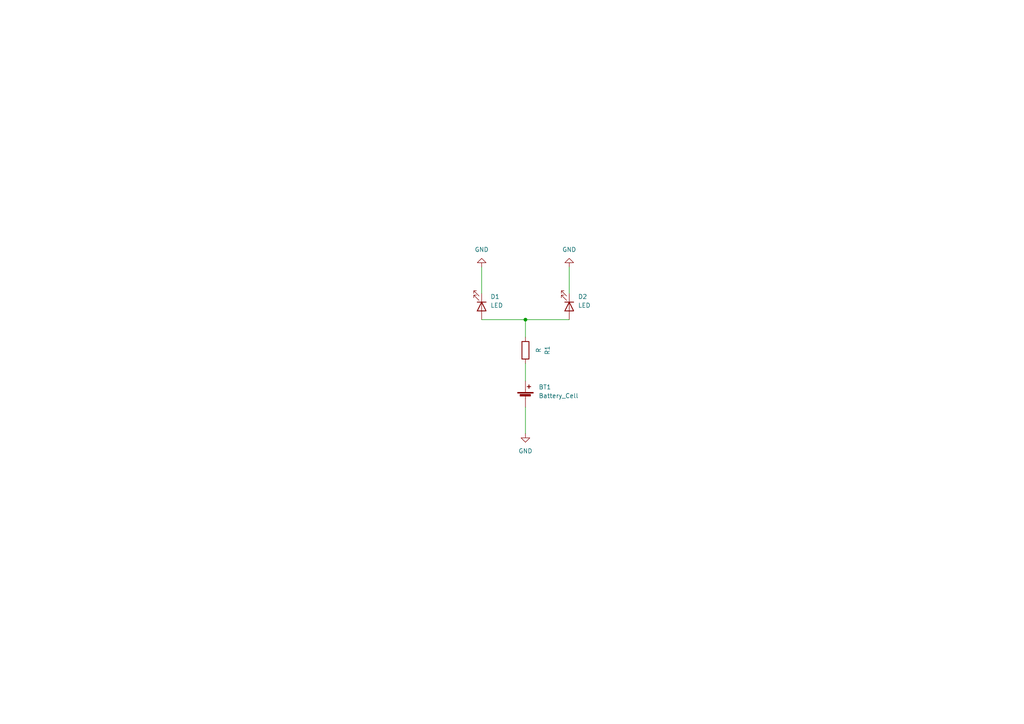
<source format=kicad_sch>
(kicad_sch (version 20211123) (generator eeschema)
  (paper "A4")
  (lib_symbols
    (symbol "Device:Battery_Cell" (pin_numbers hide) (pin_names (offset 0) hide)
      (property "Reference" "BT" (at 2.54 2.54 0))
      (property "Value" "Battery_Cell" (at 2.54 0 0))
      (symbol "Battery_Cell_0_1"
        (rectangle (start -2.286 1.778) (end 2.286 1.524) (fill (type outline)))
        (rectangle (start -1.5748 1.1938) (end 1.4732 0.6858) (fill (type outline)))
        (polyline (pts (xy 0 0.762) (xy 0 0)))
        (polyline (pts (xy 0 1.778) (xy 0 2.54)))
        (polyline (pts (xy 0.508 3.429) (xy 1.524 3.429)) (stroke (width 0.254)))
        (polyline (pts (xy 1.016 3.937) (xy 1.016 2.921)) (stroke (width 0.254)))
      )
      (symbol "Battery_Cell_1_1"
        (pin passive line (at 0 5.08 270) (length 2.54) (name "+") (number "1"))
        (pin passive line (at 0 -2.54 90) (length 2.54) (name "-") (number "2"))
      )
    )
    (symbol "Device:LED" (pin_numbers hide) (pin_names (offset 1.016) hide)
      (property "Reference" "D" (at 0 2.54 0))
      (property "Value" "LED" (at 0 -2.54 0))
      (symbol "LED_0_1"
        (polyline (pts (xy -1.27 -1.27) (xy -1.27 1.27)) (stroke (width 0.254)))
        (polyline (pts (xy -1.27 0) (xy 1.27 0)))
        (polyline (pts (xy 1.27 -1.27) (xy 1.27 1.27) (xy -1.27 0) (xy 1.27 -1.27)) (stroke (width 0.254)))
        (polyline (pts (xy -3.048 -0.762) (xy -4.572 -2.286) (xy -3.81 -2.286) (xy -4.572 -2.286) (xy -4.572 -1.524)))
        (polyline (pts (xy -1.778 -0.762) (xy -3.302 -2.286) (xy -2.54 -2.286) (xy -3.302 -2.286) (xy -3.302 -1.524)))
      )
      (symbol "LED_1_1"
        (pin passive line (at -3.81 0 0) (length 2.54) (name "K") (number "1"))
        (pin passive line (at 3.81 0 180) (length 2.54) (name "A") (number "2"))
      )
    )
    (symbol "Device:R" (pin_numbers hide) (pin_names (offset 0))
      (property "Reference" "R" (at 2.032 0 90))
      (property "Value" "R" (at 0 0 90))
      (symbol "R_0_1"
        (rectangle (start -1.016 -2.54) (end 1.016 2.54) (stroke (width 0.254)))
      )
      (symbol "R_1_1"
        (pin passive line (at 0 3.81 270) (length 1.27) (name "~") (number "1"))
        (pin passive line (at 0 -3.81 90) (length 1.27) (name "~") (number "2"))
      )
    )
    (symbol "power:GND" (power) (pin_names (offset 0))
      (property "Value" "GND" (at 0 -3.81 0))
      (symbol "GND_0_1"
        (polyline (pts (xy 0 0) (xy 0 -1.27) (xy 1.27 -1.27) (xy 0 -2.54) (xy -1.27 -1.27) (xy 0 -1.27)))
      )
      (symbol "GND_1_1"
        (pin power_in line (at 0 0 270) (length 0) hide (name "GND") (number "1"))
      )
    )
  )
  (junction (at 152.4 92.71))
  (wire (pts (xy 152.4 118.11) (xy 152.4 125.73)))
  (wire (pts (xy 152.4 105.41) (xy 152.4 110.49)))
  (wire (pts (xy 152.4 97.79) (xy 152.4 92.71)))
  (wire (pts (xy 152.4 92.71) (xy 139.7 92.71)))
  (wire (pts (xy 165.1 77.47) (xy 165.1 85.09)))
  (wire (pts (xy 152.4 92.71) (xy 165.1 92.71)))
  (wire (pts (xy 139.7 77.47) (xy 139.7 85.09)))
  (symbol (lib_id "power:GND") (at 165.1 77.47 180) (unit 1)
    (property "Reference" "#PWR?" (effects hide))
    (property "Value" "GND" (at 165.1 72.39 0))
  )
  (symbol (lib_id "Device:LED") (at 165.1 88.9 270) (unit 1)
    (property "Reference" "D2" (at 167.64 86.0424 90) (effects (justify left)))
    (property "Value" "LED" (at 167.64 88.5824 90) (effects (justify left)))
    (property "Footprint" "GOON_text:LED_PLCC-2_Reverse-Mount" (effects hide))
  )
  (symbol (lib_id "Device:R") (at 152.4 101.6 0) (unit 1)
    (property "Reference" "R1" (at 158.75 101.6 90))
    (property "Value" "R" (at 156.21 101.6 90))
    (property "Footprint" "Resistor_SMD:R_1206_3216Metric_Pad1.30x1.75mm_HandSolder" (effects hide))
  )
  (symbol (lib_id "Device:Battery_Cell") (at 152.4 115.57 0) (unit 1)
    (property "Reference" "BT1" (at 156.21 112.2679 0) (effects (justify left)))
    (property "Value" "Battery_Cell" (at 156.21 114.8079 0) (effects (justify left)))
    (property "Footprint" "Battery:BatteryHolder_Keystone_3002_1x2032" (effects hide))
  )
  (symbol (lib_id "Device:LED") (at 139.7 88.9 270) (unit 1)
    (property "Reference" "D1" (at 142.24 86.0424 90) (effects (justify left)))
    (property "Value" "LED" (at 142.24 88.5824 90) (effects (justify left)))
    (property "Footprint" "GOON_text:LED_PLCC-2_Reverse-Mount" (effects hide))
  )
  (symbol (lib_id "power:GND") (at 152.4 125.73 0) (unit 1)
    (property "Reference" "#PWR?" (effects hide))
    (property "Value" "GND" (at 152.4 130.81 0))
  )
  (symbol (lib_id "power:GND") (at 139.7 77.47 180) (unit 1)
    (property "Reference" "#PWR?" (effects hide))
    (property "Value" "GND" (at 139.7 72.39 0))
  )
)
</source>
